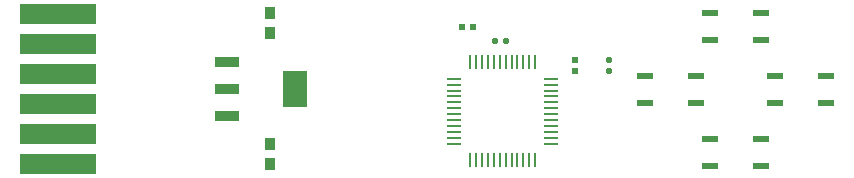
<source format=gbr>
G04 DipTrace 4.3.0.3*
G04 TopPaste.gbr*
%MOIN*%
G04 #@! TF.FileFunction,Paste,Top*
G04 #@! TF.Part,Single*
%AMOUTLINE2*
4,1,28,
-0.005383,0.009449,
0.005383,0.009449,
0.006526,0.009298,
0.007472,0.008907,
0.008284,0.008284,
0.008907,0.007472,
0.009298,0.006526,
0.009449,0.005383,
0.009449,-0.005383,
0.009298,-0.006526,
0.008907,-0.007472,
0.008284,-0.008284,
0.007472,-0.008907,
0.006526,-0.009298,
0.005383,-0.009449,
-0.005383,-0.009449,
-0.006526,-0.009298,
-0.007472,-0.008907,
-0.008284,-0.008284,
-0.008907,-0.007472,
-0.009298,-0.006526,
-0.009449,-0.005383,
-0.009449,0.005383,
-0.009298,0.006526,
-0.008907,0.007472,
-0.008284,0.008284,
-0.007472,0.008907,
-0.006526,0.009298,
-0.005383,0.009449,
0*%
%AMOUTLINE5*
4,1,28,
0.005383,-0.009449,
-0.005383,-0.009449,
-0.006526,-0.009298,
-0.007472,-0.008907,
-0.008284,-0.008284,
-0.008907,-0.007472,
-0.009298,-0.006526,
-0.009449,-0.005383,
-0.009449,0.005383,
-0.009298,0.006526,
-0.008907,0.007472,
-0.008284,0.008284,
-0.007472,0.008907,
-0.006526,0.009298,
-0.005383,0.009449,
0.005383,0.009449,
0.006526,0.009298,
0.007472,0.008907,
0.008284,0.008284,
0.008907,0.007472,
0.009298,0.006526,
0.009449,0.005383,
0.009449,-0.005383,
0.009298,-0.006526,
0.008907,-0.007472,
0.008284,-0.008284,
0.007472,-0.008907,
0.006526,-0.009298,
0.005383,-0.009449,
0*%
%AMOUTLINE8*
4,1,28,
0.009449,0.005383,
0.009449,-0.005383,
0.009298,-0.006526,
0.008907,-0.007472,
0.008284,-0.008284,
0.007472,-0.008907,
0.006526,-0.009298,
0.005383,-0.009449,
-0.005383,-0.009449,
-0.006526,-0.009298,
-0.007472,-0.008907,
-0.008284,-0.008284,
-0.008907,-0.007472,
-0.009298,-0.006526,
-0.009449,-0.005383,
-0.009449,0.005383,
-0.009298,0.006526,
-0.008907,0.007472,
-0.008284,0.008284,
-0.007472,0.008907,
-0.006526,0.009298,
-0.005383,0.009449,
0.005383,0.009449,
0.006526,0.009298,
0.007472,0.008907,
0.008284,0.008284,
0.008907,0.007472,
0.009298,0.006526,
0.009449,0.005383,
0*%
%AMOUTLINE11*
4,1,28,
-0.009449,-0.005383,
-0.009449,0.005383,
-0.009298,0.006526,
-0.008907,0.007472,
-0.008284,0.008284,
-0.007472,0.008907,
-0.006526,0.009298,
-0.005383,0.009449,
0.005383,0.009449,
0.006526,0.009298,
0.007472,0.008907,
0.008284,0.008284,
0.008907,0.007472,
0.009298,0.006526,
0.009449,0.005383,
0.009449,-0.005383,
0.009298,-0.006526,
0.008907,-0.007472,
0.008284,-0.008284,
0.007472,-0.008907,
0.006526,-0.009298,
0.005383,-0.009449,
-0.005383,-0.009449,
-0.006526,-0.009298,
-0.007472,-0.008907,
-0.008284,-0.008284,
-0.008907,-0.007472,
-0.009298,-0.006526,
-0.009449,-0.005383,
0*%
%AMOUTLINE14*
4,1,28,
0.005776,-0.009449,
-0.005776,-0.009449,
-0.00692,-0.009298,
-0.007866,-0.008907,
-0.008677,-0.008284,
-0.0093,-0.007472,
-0.009692,-0.006526,
-0.009843,-0.005383,
-0.009843,0.005383,
-0.009692,0.006526,
-0.0093,0.007472,
-0.008677,0.008284,
-0.007866,0.008907,
-0.00692,0.009298,
-0.005776,0.009449,
0.005776,0.009449,
0.00692,0.009298,
0.007866,0.008907,
0.008677,0.008284,
0.0093,0.007472,
0.009692,0.006526,
0.009843,0.005383,
0.009843,-0.005383,
0.009692,-0.006526,
0.0093,-0.007472,
0.008677,-0.008284,
0.007866,-0.008907,
0.00692,-0.009298,
0.005776,-0.009449,
0*%
%AMOUTLINE17*
4,1,28,
-0.005776,0.009449,
0.005776,0.009449,
0.00692,0.009298,
0.007866,0.008907,
0.008677,0.008284,
0.0093,0.007472,
0.009692,0.006526,
0.009843,0.005383,
0.009843,-0.005383,
0.009692,-0.006526,
0.0093,-0.007472,
0.008677,-0.008284,
0.007866,-0.008907,
0.00692,-0.009298,
0.005776,-0.009449,
-0.005776,-0.009449,
-0.00692,-0.009298,
-0.007866,-0.008907,
-0.008677,-0.008284,
-0.0093,-0.007472,
-0.009692,-0.006526,
-0.009843,-0.005383,
-0.009843,0.005383,
-0.009692,0.006526,
-0.0093,0.007472,
-0.008677,0.008284,
-0.007866,0.008907,
-0.00692,0.009298,
-0.005776,0.009449,
0*%
%AMOUTLINE20*
4,1,28,
-0.009449,-0.005776,
-0.009449,0.005776,
-0.009298,0.00692,
-0.008907,0.007866,
-0.008284,0.008677,
-0.007472,0.0093,
-0.006526,0.009692,
-0.005383,0.009843,
0.005383,0.009843,
0.006526,0.009692,
0.007472,0.0093,
0.008284,0.008677,
0.008907,0.007866,
0.009298,0.00692,
0.009449,0.005776,
0.009449,-0.005776,
0.009298,-0.00692,
0.008907,-0.007866,
0.008284,-0.008677,
0.007472,-0.0093,
0.006526,-0.009692,
0.005383,-0.009843,
-0.005383,-0.009843,
-0.006526,-0.009692,
-0.007472,-0.0093,
-0.008284,-0.008677,
-0.008907,-0.007866,
-0.009298,-0.00692,
-0.009449,-0.005776,
0*%
%AMOUTLINE23*
4,1,28,
0.009449,0.005776,
0.009449,-0.005776,
0.009298,-0.00692,
0.008907,-0.007866,
0.008284,-0.008677,
0.007472,-0.0093,
0.006526,-0.009692,
0.005383,-0.009843,
-0.005383,-0.009843,
-0.006526,-0.009692,
-0.007472,-0.0093,
-0.008284,-0.008677,
-0.008907,-0.007866,
-0.009298,-0.00692,
-0.009449,-0.005776,
-0.009449,0.005776,
-0.009298,0.00692,
-0.008907,0.007866,
-0.008284,0.008677,
-0.007472,0.0093,
-0.006526,0.009692,
-0.005383,0.009843,
0.005383,0.009843,
0.006526,0.009692,
0.007472,0.0093,
0.008284,0.008677,
0.008907,0.007866,
0.009298,0.00692,
0.009449,0.005776,
0*%
%AMOUTLINE26*
4,1,28,
0.002627,-0.022835,
-0.002627,-0.022835,
-0.003057,-0.022778,
-0.003338,-0.022662,
-0.003579,-0.022477,
-0.003764,-0.022236,
-0.00388,-0.021955,
-0.003937,-0.021525,
-0.003937,0.021525,
-0.00388,0.021955,
-0.003764,0.022236,
-0.003579,0.022477,
-0.003338,0.022662,
-0.003057,0.022778,
-0.002627,0.022835,
0.002627,0.022835,
0.003057,0.022778,
0.003338,0.022662,
0.003579,0.022477,
0.003764,0.022236,
0.00388,0.021955,
0.003937,0.021525,
0.003937,-0.021525,
0.00388,-0.021955,
0.003764,-0.022236,
0.003579,-0.022477,
0.003338,-0.022662,
0.003057,-0.022778,
0.002627,-0.022835,
0*%
%AMOUTLINE29*
4,1,28,
0.022835,0.002627,
0.022835,-0.002627,
0.022778,-0.003057,
0.022662,-0.003338,
0.022477,-0.003579,
0.022236,-0.003764,
0.021955,-0.00388,
0.021525,-0.003937,
-0.021525,-0.003937,
-0.021955,-0.00388,
-0.022236,-0.003764,
-0.022477,-0.003579,
-0.022662,-0.003338,
-0.022778,-0.003057,
-0.022835,-0.002627,
-0.022835,0.002627,
-0.022778,0.003057,
-0.022662,0.003338,
-0.022477,0.003579,
-0.022236,0.003764,
-0.021955,0.00388,
-0.021525,0.003937,
0.021525,0.003937,
0.021955,0.00388,
0.022236,0.003764,
0.022477,0.003579,
0.022662,0.003338,
0.022778,0.003057,
0.022835,0.002627,
0*%
%AMOUTLINE32*
4,1,28,
-0.002627,0.022835,
0.002627,0.022835,
0.003057,0.022778,
0.003338,0.022662,
0.003579,0.022477,
0.003764,0.022236,
0.00388,0.021955,
0.003937,0.021525,
0.003937,-0.021525,
0.00388,-0.021955,
0.003764,-0.022236,
0.003579,-0.022477,
0.003338,-0.022662,
0.003057,-0.022778,
0.002627,-0.022835,
-0.002627,-0.022835,
-0.003057,-0.022778,
-0.003338,-0.022662,
-0.003579,-0.022477,
-0.003764,-0.022236,
-0.00388,-0.021955,
-0.003937,-0.021525,
-0.003937,0.021525,
-0.00388,0.021955,
-0.003764,0.022236,
-0.003579,0.022477,
-0.003338,0.022662,
-0.003057,0.022778,
-0.002627,0.022835,
0*%
%AMOUTLINE35*
4,1,28,
-0.022835,-0.002627,
-0.022835,0.002627,
-0.022778,0.003057,
-0.022662,0.003338,
-0.022477,0.003579,
-0.022236,0.003764,
-0.021955,0.00388,
-0.021525,0.003937,
0.021525,0.003937,
0.021955,0.00388,
0.022236,0.003764,
0.022477,0.003579,
0.022662,0.003338,
0.022778,0.003057,
0.022835,0.002627,
0.022835,-0.002627,
0.022778,-0.003057,
0.022662,-0.003338,
0.022477,-0.003579,
0.022236,-0.003764,
0.021955,-0.00388,
0.021525,-0.003937,
-0.021525,-0.003937,
-0.021955,-0.00388,
-0.022236,-0.003764,
-0.022477,-0.003579,
-0.022662,-0.003338,
-0.022778,-0.003057,
-0.022835,-0.002627,
0*%
%ADD38R,0.080709X0.124016*%
%ADD40R,0.080709X0.033465*%
%ADD42R,0.055118X0.023622*%
%ADD56R,0.251969X0.066929*%
%ADD58R,0.035433X0.03937*%
%ADD65OUTLINE2*%
%ADD68OUTLINE5*%
%ADD71OUTLINE8*%
%ADD74OUTLINE11*%
%ADD77OUTLINE14*%
%ADD80OUTLINE17*%
%ADD83OUTLINE20*%
%ADD86OUTLINE23*%
%ADD89OUTLINE26*%
%ADD92OUTLINE29*%
%ADD95OUTLINE32*%
%ADD98OUTLINE35*%
%FSLAX26Y26*%
G04*
G70*
G90*
G75*
G01*
G04 TopPaste*
%LPD*%
D58*
X1247441Y564665D3*
Y497736D3*
Y935238D3*
Y1002167D3*
D65*
X1996297Y908997D3*
D68*
X2032911D3*
D71*
X2375566Y846383D3*
D74*
Y809769D3*
D56*
X540576Y499951D3*
Y599951D3*
Y699951D3*
Y799951D3*
Y899951D3*
Y999951D3*
D77*
X1921997Y956201D3*
D80*
X1885383D3*
D83*
X2263066Y809769D3*
D86*
Y846383D3*
D42*
X2713262Y912083D3*
Y1002634D3*
X2883932D3*
Y912083D3*
X2497638Y702707D3*
Y793259D3*
X2668307D3*
Y702707D3*
X2928888D3*
Y793259D3*
X3099558D3*
Y702707D3*
X2713262Y493333D3*
Y583885D3*
X2883932D3*
Y493333D3*
D89*
X2130709Y837550D3*
X2111024D3*
X2091339D3*
X2071654D3*
X2051969D3*
X2032283D3*
X2012598D3*
X1992913D3*
X1973228D3*
X1953543D3*
X1933858D3*
X1914173D3*
D92*
X1859843Y783219D3*
Y763534D3*
Y743849D3*
Y724164D3*
Y704479D3*
Y684794D3*
Y665109D3*
Y645424D3*
Y625739D3*
Y606054D3*
Y586369D3*
Y566684D3*
D95*
X1914173Y512353D3*
X1933858D3*
X1953543D3*
X1973228D3*
X1992913D3*
X2012598D3*
X2032283D3*
X2051969D3*
X2071654D3*
X2091339D3*
X2111024D3*
X2130709D3*
D98*
X2185039Y566684D3*
Y586369D3*
Y606054D3*
Y625739D3*
Y645424D3*
Y665109D3*
Y684794D3*
Y704479D3*
Y724164D3*
Y743849D3*
Y763534D3*
Y783219D3*
D40*
X1102207Y840503D3*
Y749951D3*
Y659400D3*
D38*
X1330554Y749951D3*
M02*

</source>
